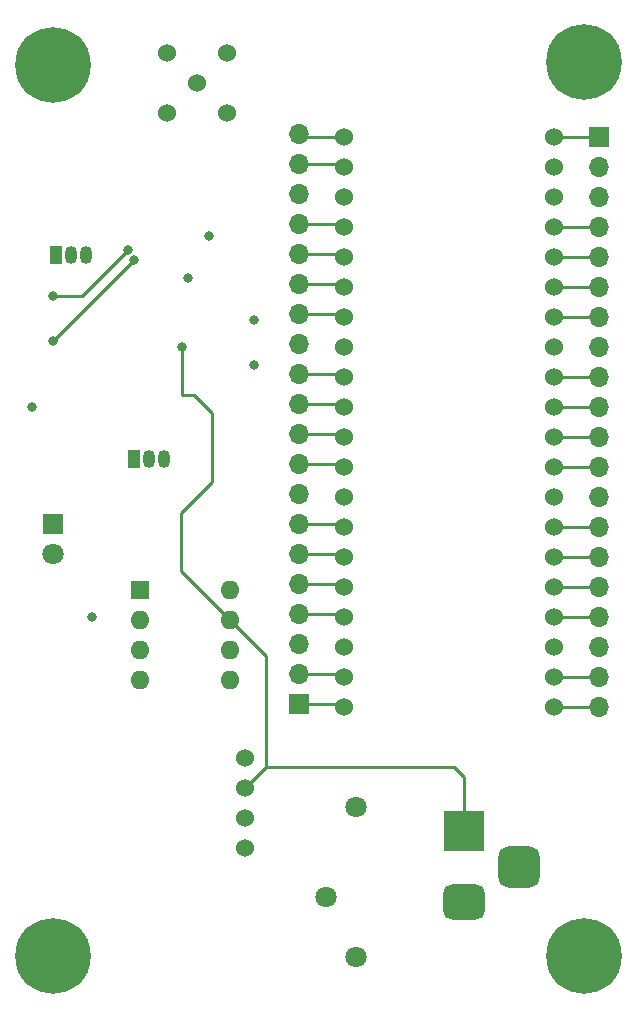
<source format=gbr>
%TF.GenerationSoftware,KiCad,Pcbnew,(6.0.7-1)-1*%
%TF.CreationDate,2022-09-12T11:25:08-04:00*%
%TF.ProjectId,LED_Pulser,4c45445f-5075-46c7-9365-722e6b696361,rev?*%
%TF.SameCoordinates,Original*%
%TF.FileFunction,Copper,L4,Bot*%
%TF.FilePolarity,Positive*%
%FSLAX46Y46*%
G04 Gerber Fmt 4.6, Leading zero omitted, Abs format (unit mm)*
G04 Created by KiCad (PCBNEW (6.0.7-1)-1) date 2022-09-12 11:25:08*
%MOMM*%
%LPD*%
G01*
G04 APERTURE LIST*
G04 Aperture macros list*
%AMRoundRect*
0 Rectangle with rounded corners*
0 $1 Rounding radius*
0 $2 $3 $4 $5 $6 $7 $8 $9 X,Y pos of 4 corners*
0 Add a 4 corners polygon primitive as box body*
4,1,4,$2,$3,$4,$5,$6,$7,$8,$9,$2,$3,0*
0 Add four circle primitives for the rounded corners*
1,1,$1+$1,$2,$3*
1,1,$1+$1,$4,$5*
1,1,$1+$1,$6,$7*
1,1,$1+$1,$8,$9*
0 Add four rect primitives between the rounded corners*
20,1,$1+$1,$2,$3,$4,$5,0*
20,1,$1+$1,$4,$5,$6,$7,0*
20,1,$1+$1,$6,$7,$8,$9,0*
20,1,$1+$1,$8,$9,$2,$3,0*%
G04 Aperture macros list end*
%TA.AperFunction,ComponentPad*%
%ADD10C,6.400000*%
%TD*%
%TA.AperFunction,ComponentPad*%
%ADD11R,1.800000X1.800000*%
%TD*%
%TA.AperFunction,ComponentPad*%
%ADD12C,1.800000*%
%TD*%
%TA.AperFunction,ComponentPad*%
%ADD13R,1.700000X1.700000*%
%TD*%
%TA.AperFunction,ComponentPad*%
%ADD14O,1.700000X1.700000*%
%TD*%
%TA.AperFunction,ComponentPad*%
%ADD15C,1.524000*%
%TD*%
%TA.AperFunction,ComponentPad*%
%ADD16R,1.600000X1.600000*%
%TD*%
%TA.AperFunction,ComponentPad*%
%ADD17O,1.600000X1.600000*%
%TD*%
%TA.AperFunction,ComponentPad*%
%ADD18R,1.050000X1.500000*%
%TD*%
%TA.AperFunction,ComponentPad*%
%ADD19O,1.050000X1.500000*%
%TD*%
%TA.AperFunction,ComponentPad*%
%ADD20R,3.500000X3.500000*%
%TD*%
%TA.AperFunction,ComponentPad*%
%ADD21RoundRect,0.750000X1.000000X-0.750000X1.000000X0.750000X-1.000000X0.750000X-1.000000X-0.750000X0*%
%TD*%
%TA.AperFunction,ComponentPad*%
%ADD22RoundRect,0.875000X0.875000X-0.875000X0.875000X0.875000X-0.875000X0.875000X-0.875000X-0.875000X0*%
%TD*%
%TA.AperFunction,ViaPad*%
%ADD23C,0.800000*%
%TD*%
%TA.AperFunction,Conductor*%
%ADD24C,0.250000*%
%TD*%
G04 APERTURE END LIST*
D10*
%TO.P,H1,1,1*%
%TO.N,GND*%
X88900000Y-80264000D03*
%TD*%
D11*
%TO.P,D1,1,K*%
%TO.N,Net-(C4-Pad2)*%
X88900000Y-119121000D03*
D12*
%TO.P,D1,2,A*%
%TO.N,Net-(C3-Pad1)*%
X88900000Y-121661000D03*
%TD*%
D13*
%TO.P,J2,1,Pin_1*%
%TO.N,Net-(J2-Pad1)*%
X109728000Y-134410000D03*
D14*
%TO.P,J2,2,Pin_2*%
%TO.N,Net-(J2-Pad2)*%
X109728000Y-131870000D03*
%TO.P,J2,3,Pin_3*%
%TO.N,GND*%
X109728000Y-129330000D03*
%TO.P,J2,4,Pin_4*%
%TO.N,Net-(J2-Pad4)*%
X109728000Y-126790000D03*
%TO.P,J2,5,Pin_5*%
%TO.N,Net-(J2-Pad5)*%
X109728000Y-124250000D03*
%TO.P,J2,6,Pin_6*%
%TO.N,Net-(J2-Pad6)*%
X109728000Y-121710000D03*
%TO.P,J2,7,Pin_7*%
%TO.N,Net-(J2-Pad7)*%
X109728000Y-119170000D03*
%TO.P,J2,8,Pin_8*%
%TO.N,GND*%
X109728000Y-116630000D03*
%TO.P,J2,9,Pin_9*%
%TO.N,Net-(J2-Pad9)*%
X109728000Y-114090000D03*
%TO.P,J2,10,Pin_10*%
%TO.N,Net-(J2-Pad10)*%
X109728000Y-111550000D03*
%TO.P,J2,11,Pin_11*%
%TO.N,Net-(J2-Pad11)*%
X109728000Y-109010000D03*
%TO.P,J2,12,Pin_12*%
%TO.N,Net-(J2-Pad12)*%
X109728000Y-106470000D03*
%TO.P,J2,13,Pin_13*%
%TO.N,GND*%
X109728000Y-103930000D03*
%TO.P,J2,14,Pin_14*%
%TO.N,Net-(J2-Pad14)*%
X109728000Y-101390000D03*
%TO.P,J2,15,Pin_15*%
%TO.N,Net-(J2-Pad15)*%
X109728000Y-98850000D03*
%TO.P,J2,16,Pin_16*%
%TO.N,Net-(J2-Pad16)*%
X109728000Y-96310000D03*
%TO.P,J2,17,Pin_17*%
%TO.N,Net-(J2-Pad17)*%
X109728000Y-93770000D03*
%TO.P,J2,18,Pin_18*%
%TO.N,GND*%
X109728000Y-91230000D03*
%TO.P,J2,19,Pin_19*%
%TO.N,Net-(J2-Pad19)*%
X109728000Y-88690000D03*
%TO.P,J2,20,Pin_20*%
%TO.N,Net-(J2-Pad20)*%
X109728000Y-86150000D03*
%TD*%
D10*
%TO.P,H2,1,1*%
%TO.N,GND*%
X133858000Y-80010000D03*
%TD*%
%TO.P,H3,1,1*%
%TO.N,GND*%
X133858000Y-155702000D03*
%TD*%
D15*
%TO.P,U4,1,GPIO0*%
%TO.N,Net-(J2-Pad20)*%
X113538000Y-86330000D03*
%TO.P,U4,2,GPIO1*%
%TO.N,Net-(J2-Pad19)*%
X113538000Y-88870000D03*
%TO.P,U4,3,GND*%
%TO.N,GND*%
X113538000Y-91410000D03*
%TO.P,U4,4,GPIO2*%
%TO.N,Net-(J2-Pad17)*%
X113538000Y-93950000D03*
%TO.P,U4,5,GPIO3*%
%TO.N,Net-(J2-Pad16)*%
X113538000Y-96490000D03*
%TO.P,U4,6,GPIO4*%
%TO.N,Net-(J2-Pad15)*%
X113538000Y-99030000D03*
%TO.P,U4,7,GPIO5*%
%TO.N,Net-(J2-Pad14)*%
X113538000Y-101570000D03*
%TO.P,U4,8,GND*%
%TO.N,GND*%
X113538000Y-104110000D03*
%TO.P,U4,9,GPIO6*%
%TO.N,Net-(J2-Pad12)*%
X113538000Y-106650000D03*
%TO.P,U4,10,GPIO7*%
%TO.N,Net-(J2-Pad11)*%
X113538000Y-109190000D03*
%TO.P,U4,11,GPIO8*%
%TO.N,Net-(J2-Pad10)*%
X113538000Y-111730000D03*
%TO.P,U4,12,GPIO9*%
%TO.N,Net-(J2-Pad9)*%
X113538000Y-114270000D03*
%TO.P,U4,13,GND*%
%TO.N,GND*%
X113538000Y-116810000D03*
%TO.P,U4,14,GPIO10*%
%TO.N,Net-(J2-Pad7)*%
X113538000Y-119350000D03*
%TO.P,U4,15,GPIO11*%
%TO.N,Net-(J2-Pad6)*%
X113538000Y-121890000D03*
%TO.P,U4,16,GPIO12*%
%TO.N,Net-(J2-Pad5)*%
X113538000Y-124430000D03*
%TO.P,U4,17,GPIO13*%
%TO.N,Net-(J2-Pad4)*%
X113538000Y-126970000D03*
%TO.P,U4,18,GND*%
%TO.N,GND*%
X113538000Y-129510000D03*
%TO.P,U4,19,GPIO14*%
%TO.N,Net-(J2-Pad2)*%
X113538000Y-132050000D03*
%TO.P,U4,20,GPIO15*%
%TO.N,Net-(J2-Pad1)*%
X113538000Y-134590000D03*
%TO.P,U4,21,GPIO16*%
%TO.N,Net-(J3-Pad20)*%
X131318000Y-134590000D03*
%TO.P,U4,22,GPIO17*%
%TO.N,Net-(J3-Pad19)*%
X131318000Y-132050000D03*
%TO.P,U4,23,GND*%
%TO.N,GND*%
X131318000Y-129510000D03*
%TO.P,U4,24,GPIO18*%
%TO.N,Net-(J3-Pad17)*%
X131318000Y-126970000D03*
%TO.P,U4,25,GPIO19*%
%TO.N,Net-(J3-Pad16)*%
X131318000Y-124430000D03*
%TO.P,U4,26,GPIO20*%
%TO.N,Net-(J3-Pad15)*%
X131318000Y-121890000D03*
%TO.P,U4,27,GPIO21*%
%TO.N,Net-(J3-Pad14)*%
X131318000Y-119350000D03*
%TO.P,U4,28,GND*%
%TO.N,GND*%
X131318000Y-116810000D03*
%TO.P,U4,29,GPIO22*%
%TO.N,Net-(J3-Pad12)*%
X131318000Y-114270000D03*
%TO.P,U4,30,RUN*%
%TO.N,Net-(J3-Pad11)*%
X131318000Y-111730000D03*
%TO.P,U4,31,GPIO27_ADC0*%
%TO.N,Net-(J3-Pad10)*%
X131318000Y-109190000D03*
%TO.P,U4,32,GPIO27_ADC1*%
%TO.N,Net-(J3-Pad9)*%
X131318000Y-106650000D03*
%TO.P,U4,33,AGND*%
%TO.N,GND*%
X131318000Y-104110000D03*
%TO.P,U4,34,GPIO28_ADC2*%
%TO.N,Net-(J3-Pad7)*%
X131318000Y-101570000D03*
%TO.P,U4,35,ADC_VREF*%
%TO.N,Net-(J3-Pad6)*%
X131318000Y-99030000D03*
%TO.P,U4,36,3V3*%
%TO.N,Net-(J3-Pad5)*%
X131318000Y-96490000D03*
%TO.P,U4,37,3V3_EN*%
%TO.N,Net-(J3-Pad4)*%
X131318000Y-93950000D03*
%TO.P,U4,38,GND*%
%TO.N,GND*%
X131318000Y-91410000D03*
%TO.P,U4,39,VSYS*%
%TO.N,+3.3V*%
X131318000Y-88870000D03*
%TO.P,U4,40,VBUS*%
%TO.N,Net-(J3-Pad1)*%
X131318000Y-86330000D03*
%TD*%
D13*
%TO.P,J3,1,Pin_1*%
%TO.N,Net-(J3-Pad1)*%
X135128000Y-86360000D03*
D14*
%TO.P,J3,2,Pin_2*%
%TO.N,+3.3V*%
X135128000Y-88900000D03*
%TO.P,J3,3,Pin_3*%
%TO.N,GND*%
X135128000Y-91440000D03*
%TO.P,J3,4,Pin_4*%
%TO.N,Net-(J3-Pad4)*%
X135128000Y-93980000D03*
%TO.P,J3,5,Pin_5*%
%TO.N,Net-(J3-Pad5)*%
X135128000Y-96520000D03*
%TO.P,J3,6,Pin_6*%
%TO.N,Net-(J3-Pad6)*%
X135128000Y-99060000D03*
%TO.P,J3,7,Pin_7*%
%TO.N,Net-(J3-Pad7)*%
X135128000Y-101600000D03*
%TO.P,J3,8,Pin_8*%
%TO.N,GND*%
X135128000Y-104140000D03*
%TO.P,J3,9,Pin_9*%
%TO.N,Net-(J3-Pad9)*%
X135128000Y-106680000D03*
%TO.P,J3,10,Pin_10*%
%TO.N,Net-(J3-Pad10)*%
X135128000Y-109220000D03*
%TO.P,J3,11,Pin_11*%
%TO.N,Net-(J3-Pad11)*%
X135128000Y-111760000D03*
%TO.P,J3,12,Pin_12*%
%TO.N,Net-(J3-Pad12)*%
X135128000Y-114300000D03*
%TO.P,J3,13,Pin_13*%
%TO.N,GND*%
X135128000Y-116840000D03*
%TO.P,J3,14,Pin_14*%
%TO.N,Net-(J3-Pad14)*%
X135128000Y-119380000D03*
%TO.P,J3,15,Pin_15*%
%TO.N,Net-(J3-Pad15)*%
X135128000Y-121920000D03*
%TO.P,J3,16,Pin_16*%
%TO.N,Net-(J3-Pad16)*%
X135128000Y-124460000D03*
%TO.P,J3,17,Pin_17*%
%TO.N,Net-(J3-Pad17)*%
X135128000Y-127000000D03*
%TO.P,J3,18,Pin_18*%
%TO.N,GND*%
X135128000Y-129540000D03*
%TO.P,J3,19,Pin_19*%
%TO.N,Net-(J3-Pad19)*%
X135128000Y-132080000D03*
%TO.P,J3,20,Pin_20*%
%TO.N,Net-(J3-Pad20)*%
X135128000Y-134620000D03*
%TD*%
D16*
%TO.P,U2,1,NC*%
%TO.N,unconnected-(U2-Pad1)*%
X96266000Y-124724000D03*
D17*
%TO.P,U2,2,-*%
%TO.N,Net-(R4-Pad2)*%
X96266000Y-127264000D03*
%TO.P,U2,3,+*%
%TO.N,Net-(RV1-Pad2)*%
X96266000Y-129804000D03*
%TO.P,U2,4,V-*%
%TO.N,GND*%
X96266000Y-132344000D03*
%TO.P,U2,5,NC*%
%TO.N,unconnected-(U2-Pad5)*%
X103886000Y-132344000D03*
%TO.P,U2,6*%
%TO.N,Net-(R4-Pad2)*%
X103886000Y-129804000D03*
%TO.P,U2,7,V+*%
%TO.N,+15V*%
X103886000Y-127264000D03*
%TO.P,U2,8,NC*%
%TO.N,unconnected-(U2-Pad8)*%
X103886000Y-124724000D03*
%TD*%
D18*
%TO.P,U1,1*%
%TO.N,N/C*%
X95758000Y-113644000D03*
D19*
%TO.P,U1,2,K*%
%TO.N,Net-(RV1-Pad3)*%
X97028000Y-113644000D03*
%TO.P,U1,3,A*%
%TO.N,GND*%
X98298000Y-113644000D03*
%TD*%
D15*
%TO.P,U5,1,EN*%
%TO.N,unconnected-(U5-Pad1)*%
X105186000Y-138938000D03*
%TO.P,U5,2,VIN*%
%TO.N,+15V*%
X105186000Y-141478000D03*
%TO.P,U5,3,V3p3*%
%TO.N,+3.3V*%
X105186000Y-144018000D03*
%TO.P,U5,4,GND*%
%TO.N,GND*%
X105186000Y-146558000D03*
%TD*%
D20*
%TO.P,J42,1,In*%
%TO.N,+15V*%
X123698000Y-145130000D03*
D21*
%TO.P,J42,2,Ext*%
%TO.N,GND*%
X123698000Y-151130000D03*
D22*
%TO.P,J42,3*%
%TO.N,N/C*%
X128398000Y-148130000D03*
%TD*%
D12*
%TO.P,RV1,1,CCW*%
%TO.N,GND*%
X114554000Y-143130500D03*
%TO.P,RV1,2,WIPER*%
%TO.N,Net-(RV1-Pad2)*%
X112014000Y-150750500D03*
%TO.P,RV1,3,CW*%
%TO.N,Net-(RV1-Pad3)*%
X114554000Y-155830500D03*
%TD*%
D18*
%TO.P,Q1,1,E*%
%TO.N,GND*%
X89154000Y-96372000D03*
D19*
%TO.P,Q1,2,B*%
%TO.N,Net-(J1-Pad1)*%
X90424000Y-96372000D03*
%TO.P,Q1,3,C*%
%TO.N,Net-(C4-Pad1)*%
X91694000Y-96372000D03*
%TD*%
D10*
%TO.P,H4,1,1*%
%TO.N,GND*%
X88900000Y-155702000D03*
%TD*%
D15*
%TO.P,J1,1,In*%
%TO.N,Net-(J1-Pad1)*%
X101092000Y-81788000D03*
%TO.P,J1,2,Ext*%
%TO.N,GND*%
X103632000Y-79248000D03*
X103632000Y-84328000D03*
X98552000Y-84328000D03*
X98552000Y-79248000D03*
%TD*%
D23*
%TO.N,GND*%
X100330000Y-98298000D03*
X92202000Y-127000000D03*
X105918000Y-105664000D03*
X87122000Y-109220000D03*
X105918000Y-101854000D03*
%TO.N,+15V*%
X99822000Y-104140000D03*
%TO.N,Net-(R7-Pad1)*%
X95241931Y-95918033D03*
X88900000Y-99822000D03*
%TO.N,Net-(R8-Pad1)*%
X95758000Y-96774000D03*
X88900000Y-103632000D03*
%TO.N,+3.3V*%
X102108000Y-94742000D03*
%TD*%
D24*
%TO.N,+15V*%
X122877500Y-139700000D02*
X106964000Y-139700000D01*
X122877500Y-139700000D02*
X123698000Y-140520500D01*
X102362000Y-115570000D02*
X102362000Y-109728000D01*
X102108000Y-109474000D02*
X100838000Y-108204000D01*
X103886000Y-127264000D02*
X106964000Y-130342000D01*
X99705890Y-118226110D02*
X102362000Y-115570000D01*
X123698000Y-140520500D02*
X123698000Y-145130000D01*
X106964000Y-130342000D02*
X106964000Y-139700000D01*
X99822000Y-104140000D02*
X99822000Y-108204000D01*
X100838000Y-108204000D02*
X99822000Y-108204000D01*
X103886000Y-127264000D02*
X99705890Y-123083890D01*
X106964000Y-139700000D02*
X105186000Y-141478000D01*
X102362000Y-109728000D02*
X102108000Y-109474000D01*
X99705890Y-123083890D02*
X99705890Y-118226110D01*
%TO.N,Net-(R7-Pad1)*%
X88900000Y-99822000D02*
X91337964Y-99822000D01*
X91337964Y-99822000D02*
X95241931Y-95918033D01*
%TO.N,Net-(R8-Pad1)*%
X88900000Y-103632000D02*
X95758000Y-96774000D01*
%TO.N,Net-(J2-Pad1)*%
X109728000Y-134410000D02*
X113358000Y-134410000D01*
X113358000Y-134410000D02*
X113538000Y-134590000D01*
%TO.N,Net-(J2-Pad2)*%
X109728000Y-131870000D02*
X113358000Y-131870000D01*
X113358000Y-131870000D02*
X113538000Y-132050000D01*
%TO.N,Net-(J2-Pad4)*%
X113358000Y-126790000D02*
X113538000Y-126970000D01*
X109728000Y-126790000D02*
X113358000Y-126790000D01*
%TO.N,Net-(J2-Pad5)*%
X109728000Y-124250000D02*
X113358000Y-124250000D01*
X113358000Y-124250000D02*
X113538000Y-124430000D01*
%TO.N,Net-(J2-Pad6)*%
X113358000Y-121710000D02*
X113538000Y-121890000D01*
X109728000Y-121710000D02*
X113358000Y-121710000D01*
%TO.N,Net-(J2-Pad7)*%
X113358000Y-119170000D02*
X113538000Y-119350000D01*
X109728000Y-119170000D02*
X113358000Y-119170000D01*
%TO.N,Net-(J2-Pad9)*%
X109728000Y-114090000D02*
X113358000Y-114090000D01*
X113358000Y-114090000D02*
X113538000Y-114270000D01*
%TO.N,Net-(J2-Pad10)*%
X113358000Y-111550000D02*
X113538000Y-111730000D01*
X109728000Y-111550000D02*
X113358000Y-111550000D01*
%TO.N,Net-(J2-Pad11)*%
X109728000Y-109010000D02*
X113358000Y-109010000D01*
X113358000Y-109010000D02*
X113538000Y-109190000D01*
%TO.N,Net-(J2-Pad12)*%
X113358000Y-106470000D02*
X113538000Y-106650000D01*
X109728000Y-106470000D02*
X113358000Y-106470000D01*
%TO.N,Net-(J2-Pad14)*%
X113358000Y-101390000D02*
X113538000Y-101570000D01*
X109728000Y-101390000D02*
X113358000Y-101390000D01*
%TO.N,Net-(J2-Pad15)*%
X109728000Y-98850000D02*
X113358000Y-98850000D01*
X113358000Y-98850000D02*
X113538000Y-99030000D01*
%TO.N,Net-(J2-Pad16)*%
X109728000Y-96310000D02*
X113358000Y-96310000D01*
X113358000Y-96310000D02*
X113538000Y-96490000D01*
%TO.N,Net-(J2-Pad17)*%
X113358000Y-93770000D02*
X113538000Y-93950000D01*
X109728000Y-93770000D02*
X113358000Y-93770000D01*
%TO.N,Net-(J2-Pad19)*%
X109728000Y-88690000D02*
X113358000Y-88690000D01*
X113358000Y-88690000D02*
X113538000Y-88870000D01*
%TO.N,Net-(J2-Pad20)*%
X113538000Y-86330000D02*
X109908000Y-86330000D01*
X109908000Y-86330000D02*
X109728000Y-86150000D01*
%TO.N,Net-(J3-Pad1)*%
X131348000Y-86360000D02*
X131318000Y-86330000D01*
X135128000Y-86360000D02*
X131348000Y-86360000D01*
%TO.N,Net-(J3-Pad4)*%
X135128000Y-93980000D02*
X131348000Y-93980000D01*
X131348000Y-93980000D02*
X131318000Y-93950000D01*
%TO.N,Net-(J3-Pad5)*%
X135128000Y-96520000D02*
X131348000Y-96520000D01*
X131348000Y-96520000D02*
X131318000Y-96490000D01*
%TO.N,Net-(J3-Pad6)*%
X131348000Y-99060000D02*
X131318000Y-99030000D01*
X135128000Y-99060000D02*
X131348000Y-99060000D01*
%TO.N,Net-(J3-Pad7)*%
X135128000Y-101600000D02*
X131348000Y-101600000D01*
X131348000Y-101600000D02*
X131318000Y-101570000D01*
%TO.N,Net-(J3-Pad9)*%
X135128000Y-106680000D02*
X131348000Y-106680000D01*
X131348000Y-106680000D02*
X131318000Y-106650000D01*
%TO.N,Net-(J3-Pad10)*%
X131348000Y-109220000D02*
X131318000Y-109190000D01*
X135128000Y-109220000D02*
X131348000Y-109220000D01*
%TO.N,Net-(J3-Pad11)*%
X135128000Y-111760000D02*
X131348000Y-111760000D01*
X131348000Y-111760000D02*
X131318000Y-111730000D01*
%TO.N,Net-(J3-Pad12)*%
X131348000Y-114300000D02*
X131318000Y-114270000D01*
X135128000Y-114300000D02*
X131348000Y-114300000D01*
%TO.N,Net-(J3-Pad14)*%
X131348000Y-119380000D02*
X131318000Y-119350000D01*
X135128000Y-119380000D02*
X131348000Y-119380000D01*
%TO.N,Net-(J3-Pad15)*%
X135128000Y-121920000D02*
X131348000Y-121920000D01*
X131348000Y-121920000D02*
X131318000Y-121890000D01*
%TO.N,Net-(J3-Pad16)*%
X131348000Y-124460000D02*
X131318000Y-124430000D01*
X135128000Y-124460000D02*
X131348000Y-124460000D01*
%TO.N,Net-(J3-Pad17)*%
X135128000Y-127000000D02*
X131348000Y-127000000D01*
X131348000Y-127000000D02*
X131318000Y-126970000D01*
%TO.N,Net-(J3-Pad19)*%
X131348000Y-132080000D02*
X131318000Y-132050000D01*
X135128000Y-132080000D02*
X131348000Y-132080000D01*
%TO.N,Net-(J3-Pad20)*%
X135128000Y-134620000D02*
X131348000Y-134620000D01*
X131348000Y-134620000D02*
X131318000Y-134590000D01*
%TD*%
M02*

</source>
